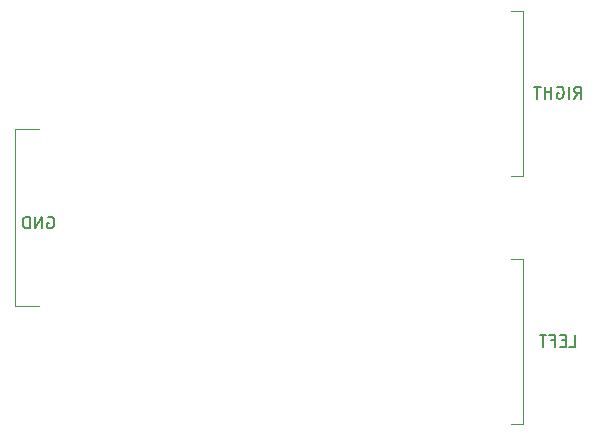
<source format=gbr>
%TF.GenerationSoftware,KiCad,Pcbnew,5.1.6-c6e7f7d~87~ubuntu18.04.1*%
%TF.CreationDate,2021-08-18T14:30:57+12:00*%
%TF.ProjectId,Output Splitter,4f757470-7574-4205-9370-6c6974746572,rev?*%
%TF.SameCoordinates,Original*%
%TF.FileFunction,Legend,Bot*%
%TF.FilePolarity,Positive*%
%FSLAX46Y46*%
G04 Gerber Fmt 4.6, Leading zero omitted, Abs format (unit mm)*
G04 Created by KiCad (PCBNEW 5.1.6-c6e7f7d~87~ubuntu18.04.1) date 2021-08-18 14:30:57*
%MOMM*%
%LPD*%
G01*
G04 APERTURE LIST*
%ADD10C,0.150000*%
%ADD11C,0.120000*%
G04 APERTURE END LIST*
D10*
X104761904Y-52500000D02*
X104857142Y-52452380D01*
X105000000Y-52452380D01*
X105142857Y-52500000D01*
X105238095Y-52595238D01*
X105285714Y-52690476D01*
X105333333Y-52880952D01*
X105333333Y-53023809D01*
X105285714Y-53214285D01*
X105238095Y-53309523D01*
X105142857Y-53404761D01*
X105000000Y-53452380D01*
X104904761Y-53452380D01*
X104761904Y-53404761D01*
X104714285Y-53357142D01*
X104714285Y-53023809D01*
X104904761Y-53023809D01*
X104285714Y-53452380D02*
X104285714Y-52452380D01*
X103714285Y-53452380D01*
X103714285Y-52452380D01*
X103238095Y-53452380D02*
X103238095Y-52452380D01*
X103000000Y-52452380D01*
X102857142Y-52500000D01*
X102761904Y-52595238D01*
X102714285Y-52690476D01*
X102666666Y-52880952D01*
X102666666Y-53023809D01*
X102714285Y-53214285D01*
X102761904Y-53309523D01*
X102857142Y-53404761D01*
X103000000Y-53452380D01*
X103238095Y-53452380D01*
D11*
X102000000Y-60000000D02*
X104000000Y-60000000D01*
X102000000Y-45000000D02*
X102000000Y-60000000D01*
X104000000Y-45000000D02*
X102000000Y-45000000D01*
D10*
X149333333Y-42452380D02*
X149666666Y-41976190D01*
X149904761Y-42452380D02*
X149904761Y-41452380D01*
X149523809Y-41452380D01*
X149428571Y-41500000D01*
X149380952Y-41547619D01*
X149333333Y-41642857D01*
X149333333Y-41785714D01*
X149380952Y-41880952D01*
X149428571Y-41928571D01*
X149523809Y-41976190D01*
X149904761Y-41976190D01*
X148904761Y-42452380D02*
X148904761Y-41452380D01*
X147904761Y-41500000D02*
X148000000Y-41452380D01*
X148142857Y-41452380D01*
X148285714Y-41500000D01*
X148380952Y-41595238D01*
X148428571Y-41690476D01*
X148476190Y-41880952D01*
X148476190Y-42023809D01*
X148428571Y-42214285D01*
X148380952Y-42309523D01*
X148285714Y-42404761D01*
X148142857Y-42452380D01*
X148047619Y-42452380D01*
X147904761Y-42404761D01*
X147857142Y-42357142D01*
X147857142Y-42023809D01*
X148047619Y-42023809D01*
X147428571Y-42452380D02*
X147428571Y-41452380D01*
X147428571Y-41928571D02*
X146857142Y-41928571D01*
X146857142Y-42452380D02*
X146857142Y-41452380D01*
X146523809Y-41452380D02*
X145952380Y-41452380D01*
X146238095Y-42452380D02*
X146238095Y-41452380D01*
D11*
X145000000Y-49000000D02*
X144000000Y-49000000D01*
X145000000Y-35000000D02*
X145000000Y-49000000D01*
X144000000Y-35000000D02*
X145000000Y-35000000D01*
D10*
X148952380Y-63452380D02*
X149428571Y-63452380D01*
X149428571Y-62452380D01*
X148619047Y-62928571D02*
X148285714Y-62928571D01*
X148142857Y-63452380D02*
X148619047Y-63452380D01*
X148619047Y-62452380D01*
X148142857Y-62452380D01*
X147380952Y-62928571D02*
X147714285Y-62928571D01*
X147714285Y-63452380D02*
X147714285Y-62452380D01*
X147238095Y-62452380D01*
X147000000Y-62452380D02*
X146428571Y-62452380D01*
X146714285Y-63452380D02*
X146714285Y-62452380D01*
D11*
X145000000Y-70000000D02*
X144000000Y-70000000D01*
X145000000Y-56000000D02*
X145000000Y-70000000D01*
X144000000Y-56000000D02*
X145000000Y-56000000D01*
M02*

</source>
